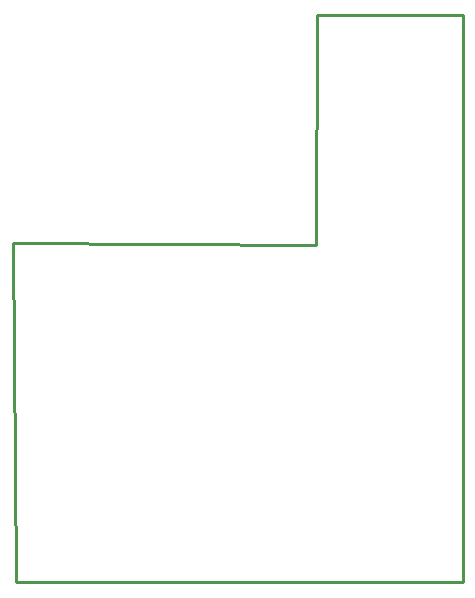
<source format=gko>
G04 Layer: BoardOutlineLayer*
G04 EasyEDA v6.5.51, 2025-12-10 14:07:42*
G04 f7da798ecd6947b8b5cd26341a0ba6d3,f920225d1fc94cab822a7ee7b834fcf3,10*
G04 Gerber Generator version 0.2*
G04 Scale: 100 percent, Rotated: No, Reflected: No *
G04 Dimensions in millimeters *
G04 leading zeros omitted , absolute positions ,4 integer and 5 decimal *
%FSLAX45Y45*%
%MOMM*%

%ADD10C,0.2540*%
%ADD11C,0.0195*%
D10*
X88900Y-1930400D02*
G01*
X2654300Y-1943100D01*
X2667000Y0D01*
X3898900Y0D01*
X3898900Y-4800600D01*
X114300Y-4800600D01*
X88900Y-1930400D01*

%LPD*%
M02*

</source>
